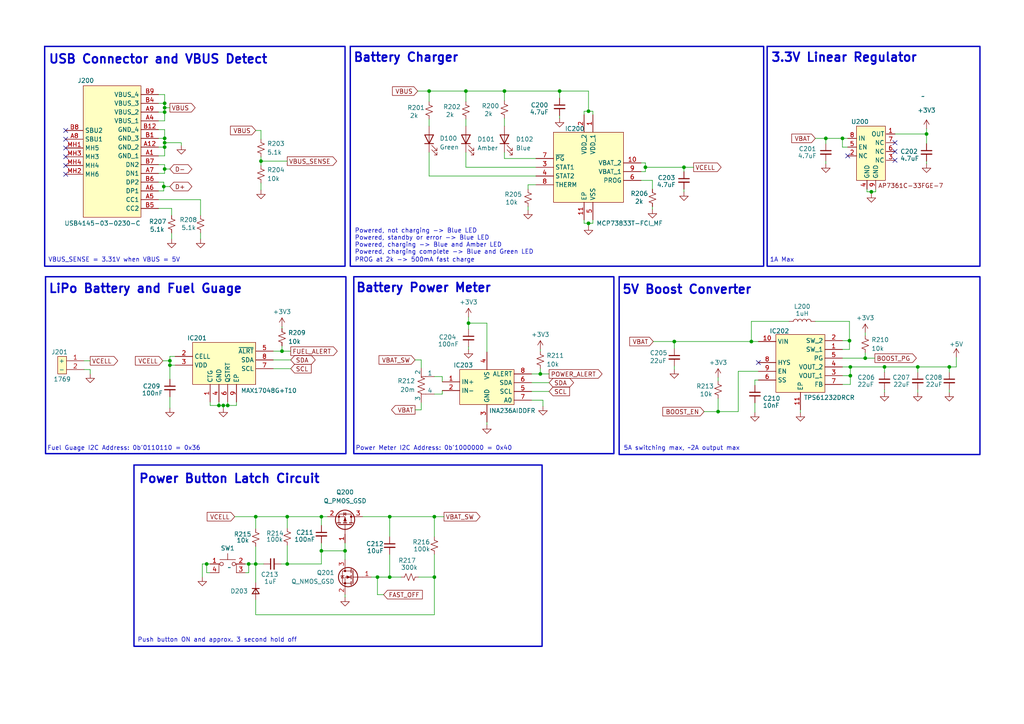
<source format=kicad_sch>
(kicad_sch (version 20231120) (generator "eeschema") (generator_version "8.0")
  (paper "A4")
  (lib_symbols
    (symbol "Device:C_Small" (pin_numbers hide) (pin_names (offset 0.254) hide)
      (property "Reference" "C" (at 0.254 1.778 0))
      (property "Value" "C_Small" (at 0.254 -2.032 0))
      (symbol "C_Small_1_1"
        (pin passive line (at 0 2.54 270) (length 2.032) (name "~") (number "1"))
        (pin passive line (at 0 -2.54 90) (length 2.032) (name "~") (number "2"))
      )
    )
    (symbol "Device:D_Small" (pin_numbers hide) (pin_names (offset 0.254) hide)
      (property "Reference" "D" (at -1.27 2.032 0))
      (property "Value" "D_Small" (at -3.81 -2.032 0))
      (symbol "D_Small_1_1"
        (pin passive line (at -2.54 0 0) (length 1.778) (name "K") (number "1"))
        (pin passive line (at 2.54 0 180) (length 1.778) (name "A") (number "2"))
      )
    )
    (symbol "Device:L" (pin_numbers hide) (pin_names (offset 1.016) hide)
      (property "Reference" "L" (at -1.27 0 90))
      (property "Value" "L" (at 1.905 0 90))
      (symbol "L_1_1"
        (pin passive line (at 0 3.81 270) (length 1.27) (name "1") (number "1"))
        (pin passive line (at 0 -3.81 90) (length 1.27) (name "2") (number "2"))
      )
    )
    (symbol "Device:LED" (pin_numbers hide) (pin_names (offset 1.016) hide)
      (property "Reference" "D" (at 0 2.54 0))
      (property "Value" "LED" (at 0 -2.54 0))
      (symbol "LED_1_1"
        (pin passive line (at -3.81 0 0) (length 2.54) (name "K") (number "1"))
        (pin passive line (at 3.81 0 180) (length 2.54) (name "A") (number "2"))
      )
    )
    (symbol "Device:Q_NMOS_GSD" (pin_names (offset 0) hide)
      (property "Reference" "Q" (at 5.08 1.27 0))
      (property "Value" "Q_NMOS_GSD" (at 5.08 -1.27 0))
      (symbol "Q_NMOS_GSD_1_1"
        (pin input line (at -5.08 0 0) (length 2.54) (name "G") (number "1"))
        (pin passive line (at 2.54 -5.08 90) (length 2.54) (name "S") (number "2"))
        (pin passive line (at 2.54 5.08 270) (length 2.54) (name "D") (number "3"))
      )
    )
    (symbol "Device:Q_PMOS_GSD" (pin_names (offset 0) hide)
      (property "Reference" "Q" (at 5.08 1.27 0))
      (property "Value" "Q_PMOS_GSD" (at 5.08 -1.27 0))
      (symbol "Q_PMOS_GSD_1_1"
        (pin input line (at -5.08 0 0) (length 2.54) (name "G") (number "1"))
        (pin passive line (at 2.54 -5.08 90) (length 2.54) (name "S") (number "2"))
        (pin passive line (at 2.54 5.08 270) (length 2.54) (name "D") (number "3"))
      )
    )
    (symbol "Device:R_Small_US" (pin_numbers hide) (pin_names (offset 0.254) hide)
      (property "Reference" "R" (at 0.762 0.508 0))
      (property "Value" "R_Small_US" (at 0.762 -1.016 0))
      (symbol "R_Small_US_1_1"
        (pin passive line (at 0 2.54 270) (length 1.016) (name "~") (number "1"))
        (pin passive line (at 0 -2.54 90) (length 1.016) (name "~") (number "2"))
      )
    )
    (symbol "LEDSphere_symbols:1769"
      (property "Reference" "J" (at -2.54 4.445 0))
      (property "Value" "1769" (at 1.905 -0.635 0))
      (symbol "1769_1_1"
        (pin passive line (at -1.27 -5.08 90) (length 5.08) (name "+") (number "1"))
        (pin passive line (at 1.27 -5.08 90) (length 5.08) (name "-") (number "2"))
      )
    )
    (symbol "LEDSphere_symbols:AP7361C-33FGE-7"
      (property "Reference" "U" (at -4.064 8.128 0))
      (symbol "AP7361C-33FGE-7_1_1"
        (text "AP7361C-33FGE-7" (at 11.43 -11.176 0) (effects (font (size 1.27 1.27))))
        (pin input line (at 6.858 3.81 180) (length 2.54) (name "OUT") (number "1"))
        (pin input line (at -6.858 -2.54 0) (length 2.54) (name "NC") (number "2"))
        (pin input line (at 6.858 -3.81 180) (length 2.54) (name "NC") (number "3"))
        (pin input line (at -1.27 -12.192 90) (length 2.54) (name "GND") (number "4"))
        (pin input line (at -6.858 0 0) (length 2.54) (name "EN") (number "5"))
        (pin input line (at 6.858 -1.27 180) (length 2.54) (name "NC") (number "6"))
        (pin input line (at 6.858 1.27 180) (length 2.54) (name "NC") (number "7"))
        (pin input line (at -6.858 2.54 0) (length 2.54) (name "IN") (number "8"))
        (pin input line (at 1.27 -12.192 90) (length 2.54) (name "GND") (number "9"))
      )
    )
    (symbol "LEDSphere_symbols:INA236AIDDFR"
      (property "Reference" "IC" (at -8.128 6.858 0))
      (property "Value" "INA236AIDDFR" (at 1.016 -6.096 0))
      (symbol "INA236AIDDFR_1_1"
        (pin passive line (at -12.954 1.27 0) (length 5.08) (name "IN+") (number "1"))
        (pin passive line (at -12.954 -1.27 0) (length 5.08) (name "IN-") (number "2"))
        (pin passive line (at 0 -10.414 90) (length 5.08) (name "GND") (number "3"))
        (pin passive line (at 0 9.906 270) (length 5.08) (name "VS") (number "4"))
        (pin passive line (at 12.954 -1.524 180) (length 5.08) (name "SCL") (number "5"))
        (pin passive line (at 12.954 1.016 180) (length 5.08) (name "SDA") (number "6"))
        (pin passive line (at 12.954 -4.064 180) (length 5.08) (name "A0") (number "7"))
        (pin passive line (at 12.954 3.556 180) (length 5.08) (name "ALERT") (number "8"))
      )
    )
    (symbol "LEDSphere_symbols:MAX17048G+T10"
      (property "Reference" "IC" (at -9.144 7.112 0))
      (property "Value" "MAX17048G+T10" (at 5.334 -7.874 0))
      (symbol "MAX17048G+T10_1_1"
        (pin passive line (at -3.81 -12.192 90) (length 5.08) (name "CTG") (number "1"))
        (pin passive line (at -13.97 1.016 0) (length 5.08) (name "CELL") (number "2"))
        (pin passive line (at -13.97 -1.524 0) (length 5.08) (name "VDD") (number "3"))
        (pin passive line (at -1.27 -12.192 90) (length 5.08) (name "GND") (number "4"))
        (pin passive line (at 14.478 2.54 180) (length 5.08) (name "~{ALRT}") (number "5"))
        (pin passive line (at 1.27 -12.192 90) (length 5.08) (name "QSTRT") (number "6"))
        (pin passive line (at 14.478 -2.54 180) (length 5.08) (name "SCL") (number "7"))
        (pin passive line (at 14.478 0 180) (length 5.08) (name "SDA") (number "8"))
        (pin passive line (at 3.81 -12.192 90) (length 5.08) (name "EP") (number "9"))
      )
    )
    (symbol "LEDSphere_symbols:R_Shunt_US" (pin_numbers hide) (pin_names (offset 0))
      (property "Reference" "R" (at -5.08 0 90))
      (property "Value" "R_Shunt_US" (at -3.048 0 90))
      (symbol "R_Shunt_US_1_1"
        (pin passive line (at 3.81 2.54 180) (length 2.54) (name "1") (number "1"))
        (pin passive line (at 0 5.08 270) (length 2.54) (name "2") (number "2"))
        (pin passive line (at 0 -5.08 90) (length 2.54) (name "3") (number "3"))
        (pin passive line (at 3.81 -2.54 180) (length 2.54) (name "4") (number "4"))
      )
    )
    (symbol "LEDSphere_symbols:TPS61232DRCR"
      (property "Reference" "IC" (at -7.112 9.906 0))
      (property "Value" "TPS61232DRCR" (at 2.54 -9.906 0))
      (symbol "TPS61232DRCR_1_1"
        (pin passive line (at 12.192 3.81 180) (length 5.08) (name "SW_1") (number "1"))
        (pin passive line (at -12.192 6.096 0) (length 5.08) (name "VIN") (number "10"))
        (pin passive line (at 0 -13.716 90) (length 5.08) (name "EP") (number "11"))
        (pin passive line (at 12.192 6.35 180) (length 5.08) (name "SW_2") (number "2"))
        (pin passive line (at 12.192 -3.81 180) (length 5.08) (name "VOUT_1") (number "3"))
        (pin passive line (at 12.192 -1.27 180) (length 5.08) (name "VOUT_2") (number "4"))
        (pin passive line (at 12.192 1.27 180) (length 5.08) (name "PG") (number "5"))
        (pin passive line (at -12.192 -5.08 0) (length 5.08) (name "SS") (number "6"))
        (pin passive line (at 12.192 -6.35 180) (length 5.08) (name "FB") (number "7"))
        (pin passive line (at -12.192 0 0) (length 5.08) (name "HYS") (number "8"))
        (pin passive line (at -12.192 -2.54 0) (length 5.08) (name "EN") (number "9"))
      )
    )
    (symbol "LEDSphere_symbols:USB4145-03-0230-C"
      (property "Reference" "J" (at -8.128 21.082 0))
      (property "Value" "USB4145-03-0230-C" (at -10.414 -20.066 0))
      (symbol "USB4145-03-0230-C_1_1"
        (pin passive line (at 13.462 -1.27 180) (length 5.08) (name "GND_1") (number "A1"))
        (pin passive line (at 13.462 1.27 180) (length 5.08) (name "GND_2") (number "A12"))
        (pin passive line (at 13.462 8.89 180) (length 5.08) (name "VBUS_1") (number "A4"))
        (pin passive line (at 13.462 -13.97 180) (length 5.08) (name "CC1") (number "A5"))
        (pin passive line (at 13.462 -11.43 180) (length 5.08) (name "DP1") (number "A6"))
        (pin passive line (at 13.462 -6.35 180) (length 5.08) (name "DN1") (number "A7"))
        (pin passive line (at -13.462 3.556 0) (length 5.08) (name "SBU1") (number "A8"))
        (pin passive line (at 13.462 11.43 180) (length 5.08) (name "VBUS_2") (number "A9"))
        (pin passive line (at 13.462 3.81 180) (length 5.08) (name "GND_3") (number "B1"))
        (pin passive line (at 13.462 6.35 180) (length 5.08) (name "GND_4") (number "B12"))
        (pin passive line (at 13.462 13.97 180) (length 5.08) (name "VBUS_3") (number "B4"))
        (pin passive line (at 13.462 -16.51 180) (length 5.08) (name "CC2") (number "B5"))
        (pin passive line (at 13.462 -8.89 180) (length 5.08) (name "DP2") (number "B6"))
        (pin passive line (at 13.462 -3.81 180) (length 5.08) (name "DN2") (number "B7"))
        (pin passive line (at -13.462 6.096 0) (length 5.08) (name "SBU2") (number "B8"))
        (pin passive line (at 13.462 16.51 180) (length 5.08) (name "VBUS_4") (number "B9"))
        (pin passive line (at -13.462 1.016 0) (length 5.08) (name "MH5") (number "MH1"))
        (pin passive line (at -13.462 -6.604 0) (length 5.08) (name "MH6") (number "MH2"))
        (pin passive line (at -13.462 -1.524 0) (length 5.08) (name "MH3") (number "MH3"))
        (pin passive line (at -13.462 -4.064 0) (length 5.08) (name "MH4") (number "MH4"))
      )
    )
    (symbol "LEDSphere_symbols:batteryChg_MCP73833T-FCI_MF"
      (property "Reference" "IC" (at -10.16 7.62 0))
      (property "Value" "MCP73833T-FCI_MF" (at 3.81 -16.51 0))
      (symbol "batteryChg_MCP73833T-FCI_MF_1_1"
        (pin passive line (at 1.27 10.16 270) (length 5.08) (name "VDD_1") (number "1"))
        (pin passive line (at 15.24 -3.81 180) (length 5.08) (name "VBAT_2") (number "10"))
        (pin passive line (at -1.27 -20.32 90) (length 5.08) (name "EP") (number "11"))
        (pin passive line (at -1.27 10.16 270) (length 5.08) (name "VDD_2") (number "2"))
        (pin passive line (at -15.24 -5.08 0) (length 5.08) (name "STAT1") (number "3"))
        (pin passive line (at -15.24 -7.62 0) (length 5.08) (name "STAT2") (number "4"))
        (pin passive line (at 1.27 -20.32 90) (length 5.08) (name "VSS") (number "5"))
        (pin passive line (at 15.24 -8.89 180) (length 5.08) (name "PROG") (number "6"))
        (pin passive line (at -15.24 -2.54 0) (length 5.08) (name "~{PG}") (number "7"))
        (pin passive line (at -15.24 -10.16 0) (length 5.08) (name "THERM") (number "8"))
        (pin passive line (at 15.24 -6.35 180) (length 5.08) (name "VBAT_1") (number "9"))
      )
    )
    (symbol "LEDSphere_symbols:button4Pin"
      (property "Reference" "U" (at -5.08 6.096 0))
      (symbol "button4Pin_1_1"
        (pin passive line (at -5.08 1.27 0) (length 2.54) (name "") (number "1"))
        (pin passive line (at 5.08 1.27 180) (length 2.54) (name "") (number "2"))
        (pin passive line (at 5.08 -1.27 180) (length 2.54) (name "") (number "3"))
        (pin passive line (at -5.08 -1.27 0) (length 2.54) (name "") (number "4"))
      )
    )
    (symbol "power:+3V3" (power) (pin_names (offset 0))
      (property "Value" "+3V3" (at 0 3.556 0))
      (symbol "+3V3_1_1"
        (pin power_in line (at 0 0 90) (length 0) hide (name "+3V3") (number "1"))
      )
    )
    (symbol "power:+5V" (power) (pin_names (offset 0))
      (property "Value" "+5V" (at 0 3.556 0))
      (symbol "+5V_1_1"
        (pin power_in line (at 0 0 90) (length 0) hide (name "+5V") (number "1"))
      )
    )
    (symbol "power:GND" (power) (pin_names (offset 0))
      (property "Value" "GND" (at 0 -3.81 0))
      (symbol "GND_1_1"
        (pin power_in line (at 0 0 270) (length 0) hide (name "GND") (number "1"))
      )
    )
  )
  (junction (at 47.752 40.132))
  (junction (at 47.752 31.242))
  (junction (at 250.952 103.886))
  (junction (at 93.218 149.86))
  (junction (at 135.128 26.416))
  (junction (at 125.984 149.86))
  (junction (at 256.54 106.426))
  (junction (at 268.732 38.862))
  (junction (at 187.198 48.514))
  (junction (at 47.752 29.972))
  (junction (at 75.692 46.736))
  (junction (at 217.932 99.06))
  (junction (at 162.306 26.416))
  (junction (at 124.46 26.416))
  (junction (at 170.688 32.258))
  (junction (at 198.374 48.514))
  (junction (at 170.688 64.77))
  (junction (at 135.89 93.726))
  (junction (at 47.752 42.672))
  (junction (at 47.752 41.402))
  (junction (at 266.192 106.426))
  (junction (at 246.634 106.426))
  (junction (at 252.73 55.626))
  (junction (at 125.984 167.386))
  (junction (at 59.944 163.576))
  (junction (at 93.218 159.766))
  (junction (at 83.312 163.576))
  (junction (at 47.498 54.102))
  (junction (at 72.136 163.576))
  (junction (at 66.04 117.602))
  (junction (at 63.5 117.602))
  (junction (at 113.03 149.86))
  (junction (at 113.03 167.386))
  (junction (at 81.788 101.854))
  (junction (at 244.348 40.132))
  (junction (at 109.474 167.386))
  (junction (at 83.312 149.86))
  (junction (at 208.28 119.38))
  (junction (at 49.276 105.918))
  (junction (at 156.718 108.458))
  (junction (at 246.38 98.806))
  (junction (at 246.634 108.966))
  (junction (at 100.076 159.766))
  (junction (at 49.276 104.648))
  (junction (at 47.752 49.022))
  (junction (at 239.522 40.132))
  (junction (at 195.58 99.06))
  (junction (at 146.304 26.416))
  (junction (at 74.168 149.86))
  (junction (at 275.336 106.426))
  (junction (at 74.168 163.576))
  (junction (at 64.77 117.602))
  (junction (at 47.752 32.512))
  (no_connect (at 19.05 45.466))
  (no_connect (at 259.588 43.942))
  (no_connect (at 19.05 42.926))
  (no_connect (at 19.05 37.846))
  (no_connect (at 19.05 40.386))
  (no_connect (at 19.05 48.006))
  (no_connect (at 19.05 50.546))
  (no_connect (at 259.588 41.402))
  (no_connect (at 219.964 105.156))
  (no_connect (at 259.588 46.482))
  (no_connect (at 245.872 45.212))
  (wire (pts (xy 83.312 163.576) (xy 93.218 163.576)))
  (wire (pts (xy 251.46 55.626) (xy 252.73 55.626)))
  (wire (pts (xy 169.418 64.77) (xy 170.688 64.77)))
  (wire (pts (xy 275.336 113.03) (xy 275.336 113.792)))
  (wire (pts (xy 47.752 45.212) (xy 45.974 45.212)))
  (wire (pts (xy 120.396 104.394) (xy 122.174 104.394)))
  (wire (pts (xy 83.312 158.242) (xy 83.312 163.576)))
  (wire (pts (xy 45.974 37.592) (xy 47.752 37.592)))
  (wire (pts (xy 75.692 37.846) (xy 75.692 40.386)))
  (wire (pts (xy 135.128 26.416) (xy 135.128 29.464)))
  (wire (pts (xy 49.276 115.062) (xy 49.276 118.364)))
  (wire (pts (xy 113.03 167.386) (xy 109.474 167.386)))
  (wire (pts (xy 214.122 119.38) (xy 214.122 107.696)))
  (wire (pts (xy 252.73 55.626) (xy 252.73 56.134)))
  (wire (pts (xy 218.948 110.236) (xy 219.964 110.236)))
  (wire (pts (xy 236.474 40.132) (xy 239.522 40.132)))
  (wire (pts (xy 72.136 166.116) (xy 72.136 163.576)))
  (wire (pts (xy 93.218 159.766) (xy 93.218 163.576)))
  (wire (pts (xy 266.192 106.426) (xy 275.336 106.426)))
  (wire (pts (xy 246.38 93.218) (xy 236.474 93.218)))
  (wire (pts (xy 83.312 46.736) (xy 75.692 46.736)))
  (wire (pts (xy 208.28 109.474) (xy 208.28 110.49)))
  (wire (pts (xy 74.168 158.496) (xy 74.168 163.576)))
  (wire (pts (xy 81.788 100.33) (xy 81.788 101.854)))
  (wire (pts (xy 187.198 47.244) (xy 187.198 48.514)))
  (wire (pts (xy 189.23 59.944) (xy 189.23 60.706)))
  (wire (pts (xy 47.752 27.432) (xy 47.752 29.972)))
  (wire (pts (xy 45.974 52.832) (xy 47.498 52.832)))
  (wire (pts (xy 74.168 173.99) (xy 74.168 178.308)))
  (wire (pts (xy 135.128 34.544) (xy 135.128 36.576)))
  (wire (pts (xy 146.304 34.29) (xy 146.304 36.576)))
  (wire (pts (xy 154.178 113.538) (xy 159.258 113.538)))
  (wire (pts (xy 155.448 53.594) (xy 153.162 53.594)))
  (wire (pts (xy 58.674 163.576) (xy 59.944 163.576)))
  (wire (pts (xy 49.784 62.484) (xy 49.784 60.452)))
  (wire (pts (xy 47.752 47.752) (xy 47.752 49.022)))
  (wire (pts (xy 128.27 113.284) (xy 128.27 114.3)))
  (wire (pts (xy 124.46 26.416) (xy 135.128 26.416)))
  (wire (pts (xy 47.752 49.022) (xy 49.276 49.022)))
  (wire (pts (xy 47.498 54.102) (xy 47.498 55.372)))
  (wire (pts (xy 189.23 54.864) (xy 189.23 52.324)))
  (wire (pts (xy 50.8 105.918) (xy 49.276 105.918)))
  (wire (pts (xy 113.03 155.702) (xy 113.03 149.86)))
  (wire (pts (xy 170.688 32.258) (xy 169.418 32.258)))
  (wire (pts (xy 245.872 42.672) (xy 244.348 42.672)))
  (wire (pts (xy 218.948 111.76) (xy 218.948 110.236)))
  (wire (pts (xy 79.248 104.394) (xy 84.328 104.394)))
  (wire (pts (xy 111.252 172.466) (xy 109.474 172.466)))
  (wire (pts (xy 125.984 178.308) (xy 125.984 167.386)))
  (wire (pts (xy 169.418 63.754) (xy 169.418 64.77)))
  (wire (pts (xy 244.348 106.426) (xy 246.634 106.426)))
  (wire (pts (xy 208.28 119.38) (xy 214.122 119.38)))
  (wire (pts (xy 217.932 99.06) (xy 219.964 99.06)))
  (wire (pts (xy 170.688 26.416) (xy 162.306 26.416)))
  (wire (pts (xy 254 54.864) (xy 254 55.626)))
  (wire (pts (xy 47.498 52.832) (xy 47.498 54.102)))
  (wire (pts (xy 68.58 117.602) (xy 68.58 116.586)))
  (wire (pts (xy 47.752 37.592) (xy 47.752 40.132)))
  (wire (pts (xy 256.54 106.426) (xy 266.192 106.426)))
  (wire (pts (xy 239.522 46.736) (xy 239.522 47.498)))
  (wire (pts (xy 239.522 41.656) (xy 239.522 40.132)))
  (wire (pts (xy 75.692 45.466) (xy 75.692 46.736)))
  (wire (pts (xy 153.162 53.594) (xy 153.162 54.864)))
  (wire (pts (xy 268.732 37.338) (xy 268.732 38.862)))
  (wire (pts (xy 135.128 26.416) (xy 146.304 26.416)))
  (wire (pts (xy 107.696 167.386) (xy 109.474 167.386)))
  (wire (pts (xy 100.076 159.766) (xy 93.218 159.766)))
  (wire (pts (xy 162.306 33.528) (xy 162.306 34.29)))
  (wire (pts (xy 124.46 51.054) (xy 155.448 51.054)))
  (wire (pts (xy 208.28 115.57) (xy 208.28 119.38)))
  (wire (pts (xy 124.46 26.416) (xy 124.46 29.464)))
  (wire (pts (xy 171.958 32.258) (xy 170.688 32.258)))
  (wire (pts (xy 58.166 57.912) (xy 58.166 62.484)))
  (wire (pts (xy 75.692 53.086) (xy 75.692 55.118)))
  (wire (pts (xy 244.348 98.806) (xy 246.38 98.806)))
  (wire (pts (xy 72.136 163.576) (xy 71.12 163.576)))
  (wire (pts (xy 135.89 93.726) (xy 141.224 93.726)))
  (wire (pts (xy 198.374 48.514) (xy 201.168 48.514)))
  (wire (pts (xy 93.218 149.86) (xy 94.996 149.86)))
  (wire (pts (xy 256.54 113.03) (xy 256.54 113.792)))
  (wire (pts (xy 74.168 153.416) (xy 74.168 149.86)))
  (wire (pts (xy 49.276 104.648) (xy 49.276 103.378)))
  (wire (pts (xy 47.752 31.242) (xy 49.276 31.242)))
  (wire (pts (xy 246.634 106.426) (xy 256.54 106.426)))
  (wire (pts (xy 146.304 44.196) (xy 146.304 45.974)))
  (wire (pts (xy 268.732 38.862) (xy 268.732 41.656)))
  (wire (pts (xy 128.27 109.22) (xy 125.984 109.22)))
  (wire (pts (xy 60.96 116.586) (xy 60.96 117.602)))
  (wire (pts (xy 266.192 106.426) (xy 266.192 107.95)))
  (wire (pts (xy 154.178 108.458) (xy 156.718 108.458)))
  (wire (pts (xy 275.336 106.426) (xy 277.368 106.426)))
  (wire (pts (xy 24.384 104.648) (xy 26.162 104.648)))
  (wire (pts (xy 228.854 93.218) (xy 217.932 93.218)))
  (wire (pts (xy 74.168 178.308) (xy 125.984 178.308)))
  (wire (pts (xy 66.04 117.602) (xy 68.58 117.602)))
  (wire (pts (xy 45.974 42.672) (xy 47.752 42.672)))
  (wire (pts (xy 71.12 166.116) (xy 72.136 166.116)))
  (wire (pts (xy 58.166 67.564) (xy 58.166 69.342)))
  (wire (pts (xy 170.688 64.77) (xy 171.958 64.77)))
  (wire (pts (xy 45.974 40.132) (xy 47.752 40.132)))
  (wire (pts (xy 246.634 108.966) (xy 246.634 106.426)))
  (wire (pts (xy 68.072 149.86) (xy 74.168 149.86)))
  (wire (pts (xy 185.928 47.244) (xy 187.198 47.244)))
  (wire (pts (xy 195.58 99.06) (xy 195.58 101.092)))
  (wire (pts (xy 171.958 32.258) (xy 171.958 33.274)))
  (wire (pts (xy 125.984 160.782) (xy 125.984 167.386)))
  (wire (pts (xy 239.522 40.132) (xy 244.348 40.132)))
  (wire (pts (xy 83.312 149.86) (xy 93.218 149.86)))
  (wire (pts (xy 47.752 41.402) (xy 47.752 42.672)))
  (wire (pts (xy 60.96 166.116) (xy 59.944 166.116)))
  (wire (pts (xy 128.27 114.3) (xy 125.984 114.3)))
  (wire (pts (xy 47.752 49.022) (xy 47.752 50.292)))
  (wire (pts (xy 156.718 101.346) (xy 156.718 101.854)))
  (wire (pts (xy 135.89 100.584) (xy 135.89 101.346)))
  (wire (pts (xy 47.752 42.672) (xy 47.752 45.212)))
  (wire (pts (xy 47.752 40.132) (xy 47.752 41.402)))
  (wire (pts (xy 45.974 29.972) (xy 47.752 29.972)))
  (wire (pts (xy 47.498 54.102) (xy 49.276 54.102)))
  (wire (pts (xy 277.368 106.426) (xy 277.368 103.632)))
  (wire (pts (xy 244.348 108.966) (xy 246.634 108.966)))
  (wire (pts (xy 195.58 99.06) (xy 217.932 99.06)))
  (wire (pts (xy 159.258 108.458) (xy 156.718 108.458)))
  (wire (pts (xy 45.974 27.432) (xy 47.752 27.432)))
  (wire (pts (xy 157.48 116.078) (xy 157.48 117.856)))
  (wire (pts (xy 170.688 26.416) (xy 170.688 32.258)))
  (wire (pts (xy 246.634 111.506) (xy 246.634 108.966)))
  (wire (pts (xy 49.784 60.452) (xy 45.974 60.452)))
  (wire (pts (xy 187.198 49.784) (xy 185.928 49.784)))
  (wire (pts (xy 141.224 122.428) (xy 141.224 123.19)))
  (wire (pts (xy 246.38 101.346) (xy 246.38 98.806)))
  (wire (pts (xy 135.128 48.514) (xy 155.448 48.514)))
  (wire (pts (xy 66.04 116.586) (xy 66.04 117.602)))
  (wire (pts (xy 109.474 172.466) (xy 109.474 167.386)))
  (wire (pts (xy 113.03 167.386) (xy 116.332 167.386)))
  (wire (pts (xy 113.03 149.86) (xy 105.156 149.86)))
  (wire (pts (xy 75.692 46.736) (xy 75.692 48.006)))
  (wire (pts (xy 64.77 117.602) (xy 64.77 118.364)))
  (wire (pts (xy 244.348 111.506) (xy 246.634 111.506)))
  (wire (pts (xy 64.77 117.602) (xy 66.04 117.602)))
  (wire (pts (xy 154.178 110.998) (xy 159.258 110.998)))
  (wire (pts (xy 256.54 106.426) (xy 256.54 107.95)))
  (wire (pts (xy 47.752 35.052) (xy 45.974 35.052)))
  (wire (pts (xy 204.216 119.38) (xy 208.28 119.38)))
  (wire (pts (xy 250.952 103.886) (xy 253.746 103.886)))
  (wire (pts (xy 47.752 29.972) (xy 47.752 31.242)))
  (wire (pts (xy 125.984 155.702) (xy 125.984 149.86)))
  (wire (pts (xy 47.752 32.512) (xy 47.752 35.052)))
  (wire (pts (xy 74.168 37.846) (xy 75.692 37.846)))
  (wire (pts (xy 268.732 46.736) (xy 268.732 47.498)))
  (wire (pts (xy 169.418 32.258) (xy 169.418 33.274)))
  (wire (pts (xy 47.752 31.242) (xy 47.752 32.512)))
  (wire (pts (xy 122.174 104.394) (xy 122.174 106.68)))
  (wire (pts (xy 81.788 94.742) (xy 81.788 95.25)))
  (wire (pts (xy 154.178 116.078) (xy 157.48 116.078)))
  (wire (pts (xy 198.374 54.864) (xy 198.374 55.626)))
  (wire (pts (xy 122.174 118.872) (xy 120.396 118.872)))
  (wire (pts (xy 251.46 54.864) (xy 251.46 55.626)))
  (wire (pts (xy 47.244 104.648) (xy 49.276 104.648)))
  (wire (pts (xy 74.168 163.576) (xy 76.454 163.576)))
  (wire (pts (xy 128.27 110.744) (xy 128.27 109.22)))
  (wire (pts (xy 195.58 106.172) (xy 195.58 107.188)))
  (wire (pts (xy 125.984 167.386) (xy 121.412 167.386)))
  (wire (pts (xy 122.174 116.84) (xy 122.174 118.872)))
  (wire (pts (xy 217.932 93.218) (xy 217.932 99.06)))
  (wire (pts (xy 93.218 157.48) (xy 93.218 159.766)))
  (wire (pts (xy 187.198 48.514) (xy 198.374 48.514)))
  (wire (pts (xy 26.162 107.188) (xy 26.162 108.458)))
  (wire (pts (xy 171.958 64.77) (xy 171.958 63.754)))
  (wire (pts (xy 146.304 26.416) (xy 146.304 29.21)))
  (wire (pts (xy 124.46 44.196) (xy 124.46 51.054)))
  (wire (pts (xy 162.306 26.416) (xy 146.304 26.416)))
  (wire (pts (xy 24.384 107.188) (xy 26.162 107.188)))
  (wire (pts (xy 45.974 47.752) (xy 47.752 47.752)))
  (wire (pts (xy 135.89 95.504) (xy 135.89 93.726)))
  (wire (pts (xy 100.076 162.306) (xy 100.076 159.766)))
  (wire (pts (xy 49.784 67.564) (xy 49.784 69.342)))
  (wire (pts (xy 198.374 48.514) (xy 198.374 49.784)))
  (wire (pts (xy 45.974 32.512) (xy 47.752 32.512)))
  (wire (pts (xy 244.348 103.886) (xy 250.952 103.886)))
  (wire (pts (xy 156.718 106.934) (xy 156.718 108.458)))
  (wire (pts (xy 49.276 103.378) (xy 50.8 103.378)))
  (wire (pts (xy 244.348 40.132) (xy 245.872 40.132)))
  (wire (pts (xy 74.168 149.86) (xy 83.312 149.86)))
  (wire (pts (xy 93.218 152.4) (xy 93.218 149.86)))
  (wire (pts (xy 113.03 160.782) (xy 113.03 167.386)))
  (wire (pts (xy 58.674 167.386) (xy 58.674 163.576)))
  (wire (pts (xy 74.168 163.576) (xy 72.136 163.576)))
  (wire (pts (xy 100.076 172.466) (xy 100.076 173.228)))
  (wire (pts (xy 189.484 99.06) (xy 195.58 99.06)))
  (wire (pts (xy 49.276 105.918) (xy 49.276 109.982)))
  (wire (pts (xy 135.89 91.948) (xy 135.89 93.726)))
  (wire (pts (xy 63.5 116.586) (xy 63.5 117.602)))
  (wire (pts (xy 59.944 163.576) (xy 60.96 163.576)))
  (wire (pts (xy 187.198 48.514) (xy 187.198 49.784)))
  (wire (pts (xy 146.304 45.974) (xy 155.448 45.974)))
  (wire (pts (xy 266.192 113.03) (xy 266.192 113.792)))
  (wire (pts (xy 244.348 101.346) (xy 246.38 101.346)))
  (wire (pts (xy 219.964 107.696) (xy 214.122 107.696)))
  (wire (pts (xy 218.948 116.84) (xy 218.948 119.634)))
  (wire (pts (xy 121.158 26.416) (xy 124.46 26.416)))
  (wire (pts (xy 170.688 64.77) (xy 170.688 65.532)))
  (wire (pts (xy 232.156 118.872) (xy 232.156 119.634)))
  (wire (pts (xy 189.23 52.324) (xy 185.928 52.324)))
  (wire (pts (xy 47.498 55.372) (xy 45.974 55.372)))
  (wire (pts (xy 250.952 96.52) (xy 250.952 97.282)))
  (wire (pts (xy 254 55.626) (xy 252.73 55.626)))
  (wire (pts (xy 84.328 101.854) (xy 81.788 101.854)))
  (wire (pts (xy 100.076 157.48) (xy 100.076 159.766)))
  (wire (pts (xy 60.96 117.602) (xy 63.5 117.602)))
  (wire (pts (xy 275.336 106.426) (xy 275.336 107.95)))
  (wire (pts (xy 162.306 28.448) (xy 162.306 26.416)))
  (wire (pts (xy 74.168 168.91) (xy 74.168 163.576)))
  (wire (pts (xy 125.984 149.86) (xy 128.778 149.86)))
  (wire (pts (xy 83.312 153.162) (xy 83.312 149.86)))
  (wire (pts (xy 135.128 44.196) (xy 135.128 48.514)))
  (wire (pts (xy 246.38 98.806) (xy 246.38 93.218)))
  (wire (pts (xy 49.276 105.918) (xy 49.276 104.648)))
  (wire (pts (xy 52.578 42.164) (xy 52.578 41.402)))
  (wire (pts (xy 81.534 163.576) (xy 83.312 163.576)))
  (wire (pts (xy 124.46 34.544) (xy 124.46 36.576)))
  (wire (pts (xy 45.974 57.912) (xy 58.166 57.912)))
  (wire (pts (xy 79.248 106.934) (xy 84.328 106.934)))
  (wire (pts (xy 250.952 102.362) (xy 250.952 103.886)))
  (wire (pts (xy 59.944 166.116) (xy 59.944 163.576)))
  (wire (pts (xy 63.5 117.602) (xy 64.77 117.602)))
  (wire (pts (xy 79.248 101.854) (xy 81.788 101.854)))
  (wire (pts (xy 47.752 50.292) (xy 45.974 50.292)))
  (wire (pts (xy 153.162 59.944) (xy 153.162 60.96)))
  (wire (pts (xy 52.578 41.402) (xy 47.752 41.402)))
  (wire (pts (xy 141.224 93.726) (xy 141.224 102.108)))
  (wire (pts (xy 259.588 38.862) (xy 268.732 38.862)))
  (wire (pts (xy 125.984 149.86) (xy 113.03 149.86)))
  (wire (pts (xy 244.348 42.672) (xy 244.348 40.132)))
  (rectangle (start 222.504 13.462) (end 284.226 77.216) (stroke (width 0.4)))
  (rectangle (start 101.6 13.462) (end 221.488 77.216) (stroke (width 0.4)))
  (rectangle (start 13.208 80.264) (end 100.33 131.572) (stroke (width 0.4)))
  (rectangle (start 38.862 134.874) (end 157.226 187.452) (stroke (width 0.4)))
  (rectangle (start 102.616 80.264) (end 178.054 131.572) (stroke (width 0.4)))
  (rectangle (start 12.954 13.462) (end 100.076 77.216) (stroke (width 0.4)))
  (rectangle (start 179.578 80.264) (end 284.226 131.826) (stroke (width 0.4)))
  (text "USB Connector and VBUS Detect" (at 13.97 18.796 0) (effects (font (size 2.54 2.54) (thickness 0.508) (bold yes)) (justify left bottom)))
  (text "Fuel Guage I2C Address: 0b'0110110 = 0x36" (at 13.716 130.81 0) (effects (font (size 1.27 1.27)) (justify left bottom)))
  (text "5A switching max, ~2A output max" (at 180.848 130.81 0) (effects (font (size 1.27 1.27)) (justify left bottom)))
  (text "LiPo Battery and Fuel Guage" (at 13.97 85.344 0) (effects (font (size 2.54 2.54) (thickness 0.508) (bold yes)) (justify left bottom)))
  (text "Powered, not charging -> Blue LED\nPowered, standby or error -> Blue LED\nPowered, charging -> Blue and Amber LED\nPowered, charging complete -> Blue and Green LED\n" (at 102.87 73.914 0) (effects (font (size 1.27 1.27)) (justify left bottom)))
  (text "5V Boost Converter\n" (at 180.34 85.598 0) (effects (font (size 2.54 2.54) (thickness 0.508) (bold yes)) (justify left bottom)))
  (text "3.3V Linear Regulator" (at 223.52 18.288 0) (effects (font (size 2.54 2.54) (thickness 0.508) (bold yes)) (justify left bottom)))
  (text "VBUS_SENSE = 3.31V when VBUS = 5V" (at 13.97 76.2 0) (effects (font (size 1.27 1.27)) (justify left bottom)))
  (text "Power Meter I2C Address: 0b'1000000 = 0x40" (at 103.124 130.81 0) (effects (font (size 1.27 1.27)) (justify left bottom)))
  (text "Battery Charger" (at 102.362 18.288 0) (effects (font (size 2.54 2.54) (thickness 0.508) (bold yes)) (justify left bottom)))
  (text "Power Button Latch Circuit" (at 40.132 140.462 0) (effects (font (size 2.54 2.54) (thickness 0.508) (bold yes)) (justify left bottom)))
  (text "PROG at 2k -> 500mA fast charge" (at 102.87 76.2 0) (effects (font (size 1.27 1.27)) (justify left bottom)))
  (text "Battery Power Meter" (at 103.124 85.09 0) (effects (font (size 2.54 2.54) (thickness 0.508) (bold yes)) (justify left bottom)))
  (text "Push button ON and approx. 3 second hold off" (at 39.878 186.436 0) (effects (font (size 1.27 1.27)) (justify left bottom)))
  (text "1A Max" (at 223.266 76.2 0) (effects (font (size 1.27 1.27)) (justify left bottom)))
  (global_label "VBAT" (shape input) (at 189.484 99.06 180) (property "Intersheetrefs" "${INTERSHEET_REFS}" (effects (hide yes))))
  (global_label "D+" (shape bidirectional) (at 49.276 54.102 0) (property "Intersheetrefs" "${INTERSHEET_REFS}" (effects (hide yes))))
  (global_label "VBUS" (shape input) (at 74.168 37.846 180) (property "Intersheetrefs" "${INTERSHEET_REFS}" (effects (hide yes))))
  (global_label "SDA" (shape bidirectional) (at 84.328 104.394 0) (property "Intersheetrefs" "${INTERSHEET_REFS}" (effects (hide yes))))
  (global_label "SDA" (shape bidirectional) (at 159.258 110.998 0) (property "Intersheetrefs" "${INTERSHEET_REFS}" (effects (hide yes))))
  (global_label "SCL" (shape input) (at 84.328 106.934 0) (property "Intersheetrefs" "${INTERSHEET_REFS}" (effects (hide yes))))
  (global_label "VCELL" (shape input) (at 47.244 104.648 180) (property "Intersheetrefs" "${INTERSHEET_REFS}" (effects (hide yes))))
  (global_label "VBAT" (shape input) (at 236.474 40.132 180) (property "Intersheetrefs" "${INTERSHEET_REFS}" (effects (hide yes))))
  (global_label "VBAT_SW" (shape output) (at 128.778 149.86 0) (property "Intersheetrefs" "${INTERSHEET_REFS}" (effects (hide yes))))
  (global_label "VBUS" (shape output) (at 49.276 31.242 0) (property "Intersheetrefs" "${INTERSHEET_REFS}" (effects (hide yes))))
  (global_label "VBAT" (shape output) (at 120.396 118.872 180) (property "Intersheetrefs" "${INTERSHEET_REFS}" (effects (hide yes))))
  (global_label "POWER_ALERT" (shape output) (at 159.258 108.458 0) (property "Intersheetrefs" "${INTERSHEET_REFS}" (effects (hide yes))))
  (global_label "VBAT_SW" (shape input) (at 120.396 104.394 180) (property "Intersheetrefs" "${INTERSHEET_REFS}" (effects (hide yes))))
  (global_label "VCELL" (shape input) (at 68.072 149.86 180) (property "Intersheetrefs" "${INTERSHEET_REFS}" (effects (hide yes))))
  (global_label "VBUS_SENSE" (shape output) (at 83.312 46.736 0) (property "Intersheetrefs" "${INTERSHEET_REFS}" (effects (hide yes))))
  (global_label "VBUS" (shape input) (at 121.158 26.416 180) (property "Intersheetrefs" "${INTERSHEET_REFS}" (effects (hide yes))))
  (global_label "BOOST_EN" (shape input) (at 204.216 119.38 180) (property "Intersheetrefs" "${INTERSHEET_REFS}" (effects (hide yes))))
  (global_label "FAST_OFF" (shape input) (at 111.252 172.466 0) (property "Intersheetrefs" "${INTERSHEET_REFS}" (effects (hide yes))))
  (global_label "FUEL_ALERT" (shape output) (at 84.328 101.854 0) (property "Intersheetrefs" "${INTERSHEET_REFS}" (effects (hide yes))))
  (global_label "VCELL" (shape output) (at 26.162 104.648 0) (property "Intersheetrefs" "${INTERSHEET_REFS}" (effects (hide yes))))
  (global_label "VCELL" (shape output) (at 201.168 48.514 0) (property "Intersheetrefs" "${INTERSHEET_REFS}" (effects (hide yes))))
  (global_label "SCL" (shape input) (at 159.258 113.538 0) (property "Intersheetrefs" "${INTERSHEET_REFS}" (effects (hide yes))))
  (global_label "D-" (shape bidirectional) (at 49.276 49.022 0) (property "Intersheetrefs" "${INTERSHEET_REFS}" (effects (hide yes))))
  (global_label "BOOST_PG" (shape output) (at 253.746 103.886 0) (property "Intersheetrefs" "${INTERSHEET_REFS}" (effects (hide yes))))
  (symbol (lib_id "Device:R_Small_US") (at 153.162 57.404 180) (unit 1)
    (property "Reference" "R205" (at 146.304 56.388 0) (effects (justify right)))
    (property "Value" "10k" (at 146.558 58.674 0) (effects (justify right)))
    (property "Footprint" "Resistor_SMD:R_0402_1005Metric" (effects (hide yes)))
  )
  (symbol (lib_id "power:GND") (at 252.73 56.134 0) (unit 1)
    (property "Reference" "#PWR0207" (effects (hide yes)))
    (property "Value" "GND" (effects (hide yes)))
  )
  (symbol (lib_id "Device:C_Small") (at 135.89 98.044 0) (unit 1)
    (property "Reference" "C204" (at 127.254 97.79 0) (effects (justify left)))
    (property "Value" "100nF" (at 127 99.822 0) (effects (justify left)))
    (property "Footprint" "Capacitor_SMD:C_0402_1005Metric" (effects (hide yes)))
  )
  (symbol (lib_id "LEDSphere_symbols:AP7361C-33FGE-7") (at 252.73 42.672 0) (unit 1)
    (property "Reference" "U200" (at 249.428 35.306 0))
    (property "Value" "~" (at 267.716 27.94 0))
    (property "Footprint" "LEDSphere_footprints:linearReg_SON65P300X300X63-9N" (effects (hide yes)))
  )
  (symbol (lib_id "power:GND") (at 100.076 173.228 0) (unit 1)
    (property "Reference" "#PWR0232" (effects (hide yes)))
    (property "Value" "GND" (effects (hide yes)))
  )
  (symbol (lib_id "Device:R_Small_US") (at 81.788 97.79 180) (unit 1)
    (property "Reference" "R209" (at 83.566 96.52 0) (effects (justify right)))
    (property "Value" "10k" (at 83.566 99.06 0) (effects (justify right)))
    (property "Footprint" "Resistor_SMD:R_0402_1005Metric" (effects (hide yes)))
  )
  (symbol (lib_id "Device:C_Small") (at 113.03 158.242 0) (unit 1)
    (property "Reference" "C212" (at 106.172 157.734 0) (effects (justify left)))
    (property "Value" "10uF" (at 106.426 159.766 0) (effects (justify left)))
    (property "Footprint" "Capacitor_SMD:C_0603_1608Metric" (effects (hide yes)))
  )
  (symbol (lib_id "Device:R_Small_US") (at 135.128 32.004 180) (unit 1)
    (property "Reference" "R202" (at 128.524 30.988 0) (effects (justify right)))
    (property "Value" "2k" (at 129.286 33.274 0) (effects (justify right)))
    (property "Footprint" "Resistor_SMD:R_0402_1005Metric" (effects (hide yes)))
  )
  (symbol (lib_id "Device:C_Small") (at 93.218 154.94 0) (unit 1)
    (property "Reference" "C211" (at 85.852 154.432 0) (effects (justify left)))
    (property "Value" "100nF" (at 85.344 156.464 0) (effects (justify left)))
    (property "Footprint" "Capacitor_SMD:C_0402_1005Metric" (effects (hide yes)))
  )
  (symbol (lib_id "power:GND") (at 198.374 55.626 0) (unit 1)
    (property "Reference" "#PWR0206" (effects (hide yes)))
    (property "Value" "GND" (effects (hide yes)))
  )
  (symbol (lib_id "Device:R_Small_US") (at 83.312 155.702 180) (unit 1)
    (property "Reference" "R214" (at 77.216 154.686 0) (effects (justify right)))
    (property "Value" "100k" (at 77.216 156.464 0) (effects (justify right)))
    (property "Footprint" "Resistor_SMD:R_0402_1005Metric" (effects (hide yes)))
  )
  (symbol (lib_id "power:GND") (at 52.578 42.164 0) (unit 1)
    (property "Reference" "#PWR0202" (effects (hide yes)))
    (property "Value" "GND" (effects (hide yes)))
  )
  (symbol (lib_id "power:GND") (at 266.192 113.792 0) (unit 1)
    (property "Reference" "#PWR0223" (effects (hide yes)))
    (property "Value" "GND" (effects (hide yes)))
  )
  (symbol (lib_id "Device:LED") (at 124.46 40.386 90) (unit 1)
    (property "Reference" "D100" (at 127.508 40.132 90) (effects (justify right)))
    (property "Value" "Green" (at 127.508 42.672 90) (effects (justify right)))
    (property "Footprint" "LED_SMD:LED_0402_1005Metric" (effects (hide yes)))
    (instances (project "LEDCube" (path "" (reference "D100") (unit 1))) (project "LEDSphere" (path "" (reference "D200") (unit 1))))
  )
  (symbol (lib_id "Device:R_Small_US") (at 156.718 104.394 180) (unit 1)
    (property "Reference" "R211" (at 158.496 103.124 0) (effects (justify right)))
    (property "Value" "10k" (at 158.496 105.664 0) (effects (justify right)))
    (property "Footprint" "Resistor_SMD:R_0402_1005Metric" (effects (hide yes)))
  )
  (symbol (lib_id "Device:C_Small") (at 256.54 110.49 0) (unit 1)
    (property "Reference" "C206" (at 248.666 109.474 0) (effects (justify left)))
    (property "Value" "22uF" (at 248.666 111.506 0) (effects (justify left)))
    (property "Footprint" "Capacitor_SMD:C_0603_1608Metric" (effects (hide yes)))
  )
  (symbol (lib_id "power:GND") (at 157.48 117.856 0) (unit 1)
    (property "Reference" "#PWR0225" (effects (hide yes)))
    (property "Value" "GND" (effects (hide yes)))
  )
  (symbol (lib_id "Device:LED") (at 146.304 40.386 90) (unit 1)
    (property "Reference" "D102" (at 149.606 40.386 90) (effects (justify right)))
    (property "Value" "Blue" (at 149.606 42.926 90) (effects (justify right)))
    (property "Footprint" "LED_SMD:LED_0402_1005Metric" (effects (hide yes)))
    (instances (project "LEDCube" (path "" (reference "D102") (unit 1))) (project "LEDSphere" (path "" (reference "D202") (unit 1))))
  )
  (symbol (lib_id "Device:R_Small_US") (at 189.23 57.404 180) (unit 1)
    (property "Reference" "R206" (at 182.88 56.134 0) (effects (justify right)))
    (property "Value" "2k" (at 184.15 58.42 0) (effects (justify right)))
    (property "Footprint" "Resistor_SMD:R_0402_1005Metric" (effects (hide yes)))
  )
  (symbol (lib_id "power:GND") (at 275.336 113.792 0) (unit 1)
    (property "Reference" "#PWR0224" (effects (hide yes)))
    (property "Value" "GND" (effects (hide yes)))
  )
  (symbol (lib_id "Device:R_Small_US") (at 49.784 65.024 180) (unit 1)
    (property "Reference" "R207" (at 43.18 64.262 0) (effects (justify right)))
    (property "Value" "5.1k" (at 43.434 66.548 0) (effects (justify right)))
    (property "Footprint" "Resistor_SMD:R_0402_1005Metric" (effects (hide yes)))
  )
  (symbol (lib_id "power:GND") (at 64.77 118.364 0) (unit 1)
    (property "Reference" "#PWR0227" (effects (hide yes)))
    (property "Value" "GND" (effects (hide yes)))
  )
  (symbol (lib_id "Device:C_Small") (at 162.306 30.988 0) (unit 1)
    (property "Reference" "C200" (at 153.924 30.48 0) (effects (justify left)))
    (property "Value" "4.7uF" (at 153.67 32.512 0) (effects (justify left)))
    (property "Footprint" "Capacitor_SMD:C_0402_1005Metric" (effects (hide yes)))
  )
  (symbol (lib_id "Device:C_Small") (at 218.948 114.3 0) (unit 1)
    (property "Reference" "C210" (at 221.234 115.57 0) (effects (justify left)))
    (property "Value" "10nF" (at 221.234 117.602 0) (effects (justify left)))
    (property "Footprint" "Capacitor_SMD:C_0402_1005Metric" (effects (hide yes)))
  )
  (symbol (lib_id "Device:C_Small") (at 78.994 163.576 90) (unit 1)
    (property "Reference" "C213" (at 80.772 166.624 90) (effects (justify left)))
    (property "Value" "1uF" (at 80.264 168.656 90) (effects (justify left)))
    (property "Footprint" "Capacitor_SMD:C_0402_1005Metric" (effects (hide yes)))
  )
  (symbol (lib_id "power:+5V") (at 277.368 103.632 0) (unit 1)
    (property "Reference" "#PWR0218" (effects (hide yes)))
    (property "Value" "+5V" (at 277.368 99.822 0))
  )
  (symbol (lib_id "LEDSphere_symbols:1769") (at 19.304 105.918 90) (mirror x) (unit 1)
    (property "Reference" "J201" (at 17.272 102.108 90))
    (property "Value" "1769" (at 18.034 109.982 90))
    (property "Footprint" "LEDSphere_footprints:1769" (effects (hide yes)))
    (property "Datasheet" "https://cdn-shop.adafruit.com/datasheets/17311.pdf" (effects (hide yes)))
    (property "Mouser Part Number" "485-1769" (effects (hide yes)))
    (property "Mouser Price/Stock" "https://www.mouser.co.uk/ProductDetail/Adafruit/1769?qs=GURawfaeGuBbgoGtf2XstA%3D%3D" (effects (hide yes)))
    (property "Manufacturer_Name" "Adafruit" (effects (hide yes)))
    (property "Manufacturer_Part_Number" "1769" (effects (hide yes)))
  )
  (symbol (lib_id "power:GND") (at 189.23 60.706 0) (unit 1)
    (property "Reference" "#PWR0208" (effects (hide yes)))
    (property "Value" "GND" (effects (hide yes)))
  )
  (symbol (lib_id "Device:R_Small_US") (at 208.28 113.03 180) (unit 1)
    (property "Reference" "R213" (at 201.93 112.014 0) (effects (justify right)))
    (property "Value" "10k" (at 202.946 114.3 0) (effects (justify right)))
    (property "Footprint" "Resistor_SMD:R_0402_1005Metric" (effects (hide yes)))
  )
  (symbol (lib_id "power:GND") (at 26.162 108.458 0) (unit 1)
    (property "Reference" "#PWR0220" (effects (hide yes)))
    (property "Value" "GND" (effects (hide yes)))
  )
  (symbol (lib_id "Device:C_Small") (at 266.192 110.49 0) (unit 1)
    (property "Reference" "C207" (at 258.826 109.474 0) (effects (justify left)))
    (property "Value" "22uF" (at 259.08 111.506 0) (effects (justify left)))
    (property "Footprint" "Capacitor_SMD:C_0603_1608Metric" (effects (hide yes)))
  )
  (symbol (lib_id "Device:C_Small") (at 268.732 44.196 0) (unit 1)
    (property "Reference" "C202" (at 261.112 43.942 0) (effects (justify left)))
    (property "Value" "4.7uF" (at 261.112 45.974 0) (effects (justify left)))
    (property "Footprint" "Capacitor_SMD:C_0402_1005Metric" (effects (hide yes)))
  )
  (symbol (lib_id "Device:R_Small_US") (at 118.872 167.386 270) (unit 1)
    (property "Reference" "R217" (at 120.65 162.56 90) (effects (justify right)))
    (property "Value" "300k" (at 121.158 164.592 90) (effects (justify right)))
    (property "Footprint" "Resistor_SMD:R_0402_1005Metric" (effects (hide yes)))
  )
  (symbol (lib_id "Device:L") (at 232.664 93.218 90) (unit 1)
    (property "Reference" "L200" (at 232.664 88.9 90))
    (property "Value" "1uH" (at 232.664 90.932 90))
    (property "Footprint" "LEDSphere_footprints:boostInductor_XFL4020" (effects (hide yes)))
  )
  (symbol (lib_id "Device:R_Small_US") (at 75.692 42.926 180) (unit 1)
    (property "Reference" "R203" (at 77.47 41.656 0) (effects (justify right)))
    (property "Value" "5.1k" (at 77.47 44.196 0) (effects (justify right)))
    (property "Footprint" "Resistor_SMD:R_0402_1005Metric" (effects (hide yes)))
  )
  (symbol (lib_id "Device:C_Small") (at 239.522 44.196 0) (unit 1)
    (property "Reference" "C201" (at 231.648 43.18 0) (effects (justify left)))
    (property "Value" "4.7uF" (at 231.394 45.212 0) (effects (justify left)))
    (property "Footprint" "Capacitor_SMD:C_0402_1005Metric" (effects (hide yes)))
  )
  (symbol (lib_id "Device:R_Small_US") (at 124.46 32.004 180) (unit 1)
    (property "Reference" "R201" (at 118.11 31.242 0) (effects (justify right)))
    (property "Value" "2k" (at 118.872 33.528 0) (effects (justify right)))
    (property "Footprint" "Resistor_SMD:R_0402_1005Metric" (effects (hide yes)))
  )
  (symbol (lib_id "power:+3V3") (at 268.732 37.338 0) (unit 1)
    (property "Reference" "#PWR0201" (effects (hide yes)))
    (property "Value" "+3V3" (at 268.732 32.004 0))
  )
  (symbol (lib_id "LEDSphere_symbols:TPS61232DRCR") (at 232.156 105.156 0) (unit 1)
    (property "Reference" "IC202" (at 226.06 96.012 0))
    (property "Value" "TPS61232DRCR" (at 240.538 115.316 0))
    (property "Footprint" "LEDSphere_footprints:boost_SON50P300X300X100-11N-D" (effects (hide yes)))
    (property "Datasheet" "http://www.ti.com/lit/ds/symlink/tps61232.pdf" (effects (hide yes)))
    (property "Height" "1" (effects (hide yes)))
    (property "Mouser Part Number" "595-TPS61232DRCR" (effects (hide yes)))
    (property "Mouser Price/Stock" "https://www.mouser.co.uk/ProductDetail/Texas-Instruments/TPS61232DRCR?qs=7z%252BmIopC6%2FKEd8I6Bw69zQ%3D%3D" (effects (hide yes)))
    (property "Manufacturer_Name" "Texas Instruments" (effects (hide yes)))
    (property "Manufacturer_Part_Number" "TPS61232DRCR" (effects (hide yes)))
  )
  (symbol (lib_id "power:GND") (at 162.306 34.29 0) (unit 1)
    (property "Reference" "#PWR0200" (effects (hide yes)))
    (property "Value" "GND" (effects (hide yes)))
  )
  (symbol (lib_id "LEDSphere_symbols:INA236AIDDFR") (at 141.224 112.014 0) (unit 1)
    (property "Reference" "IC203" (at 134.366 105.918 0))
    (property "Value" "INA236AIDDFR" (at 148.59 119.126 0))
    (property "Footprint" "SamacSys_Parts:SOP65P280X110-8N" (effects (hide yes)))
    (property "Datasheet" "https://www.ti.com/lit/ds/symlink/ina236.pdf" (effects (hide yes)))
    (property "Height" "1.1" (effects (hide yes)))
    (property "Mouser Part Number" "595-INA236AIDDFR" (effects (hide yes)))
    (property "Mouser Price/Stock" "https://www.mouser.co.uk/ProductDetail/Texas-Instruments/INA236AIDDFR?qs=amGC7iS6iy%252BrvgC7WgsvdQ%3D%3D" (effects (hide yes)))
    (property "Manufacturer_Name" "Texas Instruments" (effects (hide yes)))
    (property "Manufacturer_Part_Number" "INA236AIDDFR" (effects (hide yes)))
  )
  (symbol (lib_id "power:GND") (at 49.784 69.342 0) (unit 1)
    (property "Reference" "#PWR0211" (effects (hide yes)))
    (property "Value" "GND" (effects (hide yes)))
  )
  (symbol (lib_id "LEDSphere_symbols:MAX17048G+T10") (at 64.77 104.394 0) (unit 1)
    (property "Reference" "IC201" (at 57.15 98.044 0))
    (property "Value" "MAX17048G+T10" (at 77.978 113.284 0))
    (property "Footprint" "SamacSys_Parts:SON50P200X200X80-9N-D" (effects (hide yes)))
    (property "Datasheet" "https://www.analog.com/MAX17048/datasheet" (effects (hide yes)))
    (property "Height" "0.8" (effects (hide yes)))
    (property "Mouser Part Number" "700-MAX17048G+T10" (effects (hide yes)))
    (property "Mouser Price/Stock" "https://www.mouser.co.uk/ProductDetail/Analog-Devices-Maxim-Integrated/MAX17048G%2bT10?qs=D7PJwyCwLAoGnnn8jEPRBQ%3D%3D" (effects (hide yes)))
    (property "Manufacturer_Name" "Analog Devices" (effects (hide yes)))
    (property "Manufacturer_Part_Number" "MAX17048G+T10" (effects (hide yes)))
  )
  (symbol (lib_id "Device:LED") (at 135.128 40.386 90) (unit 1)
    (property "Reference" "D101" (at 138.43 40.386 90) (effects (justify right)))
    (property "Value" "Amber" (at 138.43 42.926 90) (effects (justify right)))
    (property "Footprint" "LED_SMD:LED_0402_1005Metric" (effects (hide yes)))
    (instances (project "LEDCube" (path "" (reference "D101") (unit 1))) (project "LEDSphere" (path "" (reference "D201") (unit 1))))
  )
  (symbol (lib_id "Device:C_Small") (at 198.374 52.324 0) (unit 1)
    (property "Reference" "C203" (at 190.754 51.562 0) (effects (justify left)))
    (property "Value" "4.7uF" (at 190.5 53.594 0) (effects (justify left)))
    (property "Footprint" "Capacitor_SMD:C_0402_1005Metric" (effects (hide yes)))
  )
  (symbol (lib_id "Device:Q_NMOS_GSD") (at 102.616 167.386 0) (mirror y) (unit 1)
    (property "Reference" "Q201" (at 97.028 166.116 0) (effects (justify left)))
    (property "Value" "Q_NMOS_GSD" (at 97.028 168.656 0) (effects (justify left)))
    (property "Footprint" "LEDSphere_footprints:NMOS_SOT91P240X110-3N" (effects (hide yes)))
  )
  (symbol (lib_id "Device:C_Small") (at 49.276 112.522 0) (unit 1)
    (property "Reference" "C209" (at 41.402 112.014 0) (effects (justify left)))
    (property "Value" "100nF" (at 41.148 114.046 0) (effects (justify left)))
    (property "Footprint" "Capacitor_SMD:C_0402_1005Metric" (effects (hide yes)))
  )
  (symbol (lib_id "power:GND") (at 49.276 118.364 0) (unit 1)
    (property "Reference" "#PWR0226" (effects (hide yes)))
    (property "Value" "GND" (effects (hide yes)))
  )
  (symbol (lib_id "power:GND") (at 239.522 47.498 0) (unit 1)
    (property "Reference" "#PWR0203" (effects (hide yes)))
    (property "Value" "GND" (effects (hide yes)))
  )
  (symbol (lib_id "power:+3V3") (at 208.28 109.474 0) (unit 1)
    (property "Reference" "#PWR0221" (effects (hide yes)))
    (property "Value" "+3V3" (at 208.28 105.156 0))
  )
  (symbol (lib_id "Device:R_Small_US") (at 250.952 99.822 180) (unit 1)
    (property "Reference" "R210" (at 252.73 98.552 0) (effects (justify right)))
    (property "Value" "10k" (at 252.73 101.092 0) (effects (justify right)))
    (property "Footprint" "Resistor_SMD:R_0402_1005Metric" (effects (hide yes)))
  )
  (symbol (lib_id "LEDSphere_symbols:batteryChg_MCP73833T-FCI_MF") (at 170.688 43.434 0) (unit 1)
    (property "Reference" "IC200" (at 163.83 37.338 0) (effects (justify left)))
    (property "Value" "MCP73833T-FCI_MF" (at 172.974 64.77 0) (effects (justify left)))
    (property "Footprint" "LEDSphere_footprints:batteryChg_SON50P300X300X100-11N-D" (effects (hide yes)))
    (property "Datasheet" "http://www.microchip.com/mymicrochip/filehandler.aspx?ddocname=en027983" (effects (hide yes)))
    (property "Height" "1" (effects (hide yes)))
    (property "Mouser Part Number" "579-MCP73833T-FCI/MF" (effects (hide yes)))
    (property "Mouser Price/Stock" "https://www.mouser.co.uk/ProductDetail/Microchip-Technology/MCP73833T-FCI-MF?qs=Fxu3fLyJv8c1Bo0naP05gw%3D%3D" (effects (hide yes)))
    (property "Manufacturer_Name" "Microchip" (effects (hide yes)))
    (property "Manufacturer_Part_Number" "MCP73833T-FCI/MF" (effects (hide yes)))
  )
  (symbol (lib_id "power:GND") (at 218.948 119.634 0) (unit 1)
    (property "Reference" "#PWR0228" (effects (hide yes)))
    (property "Value" "GND" (effects (hide yes)))
  )
  (symbol (lib_id "power:+3V3") (at 81.788 94.742 0) (unit 1)
    (property "Reference" "#PWR0214" (effects (hide yes)))
    (property "Value" "+3V3" (at 81.788 90.424 0))
  )
  (symbol (lib_id "power:GND") (at 256.54 113.792 0) (unit 1)
    (property "Reference" "#PWR0222" (effects (hide yes)))
    (property "Value" "GND" (effects (hide yes)))
  )
  (symbol (lib_id "power:GND") (at 170.688 65.532 0) (unit 1)
    (property "Reference" "#PWR0210" (effects (hide yes)))
    (property "Value" "GND" (effects (hide yes)))
  )
  (symbol (lib_id "Device:Q_PMOS_GSD") (at 100.076 152.4 270) (mirror x) (unit 1)
    (property "Reference" "Q200" (at 100.076 142.748 90))
    (property "Value" "Q_PMOS_GSD" (at 100.076 145.288 90))
    (property "Footprint" "LEDSphere_footprints:SSM3J332RLFT" (effects (hide yes)))
  )
  (symbol (lib_id "LEDSphere_symbols:R_Shunt_US") (at 122.174 111.76 0) (unit 1)
    (property "Reference" "R212" (at 120.396 110.49 0) (effects (justify right)))
    (property "Value" "20m" (at 120.396 113.03 0) (effects (justify right)))
    (property "Footprint" "LEDSphere_footprints:shunt_LVK12R020DER" (effects (hide yes)))
  )
  (symbol (lib_id "Device:R_Small_US") (at 146.304 31.75 180) (unit 1)
    (property "Reference" "R200" (at 139.7 30.734 0) (effects (justify right)))
    (property "Value" "2k" (at 140.462 33.02 0) (effects (justify right)))
    (property "Footprint" "Resistor_SMD:R_0402_1005Metric" (effects (hide yes)))
  )
  (symbol (lib_id "power:GND") (at 153.162 60.96 0) (unit 1)
    (property "Reference" "#PWR0209" (effects (hide yes)))
    (property "Value" "GND" (effects (hide yes)))
  )
  (symbol (lib_id "power:GND") (at 75.692 55.118 0) (unit 1)
    (property "Reference" "#PWR0205" (effects (hide yes)))
    (property "Value" "GND" (effects (hide yes)))
  )
  (symbol (lib_id "power:GND") (at 58.674 167.386 0) (unit 1)
    (property "Reference" "#PWR0231" (effects (hide yes)))
    (property "Value" "GND" (effects (hide yes)))
  )
  (symbol (lib_id "Device:R_Small_US") (at 74.168 155.956 180) (unit 1)
    (property "Reference" "R215" (at 67.818 154.94 0) (effects (justify right)))
    (property "Value" "10k" (at 68.58 156.718 0) (effects (justify right)))
    (property "Footprint" "Resistor_SMD:R_0402_1005Metric" (effects (hide yes)))
  )
  (symbol (lib_id "Device:R_Small_US") (at 58.166 65.024 180) (unit 1)
    (property "Reference" "R208" (at 52.07 63.754 0) (effects (justify right)))
    (property "Value" "5.1k" (at 52.578 66.04 0) (effects (justify right)))
    (property "Footprint" "Resistor_SMD:R_0402_1005Metric" (effects (hide yes)))
  )
  (symbol (lib_id "power:GND") (at 58.166 69.342 0) (unit 1)
    (property "Reference" "#PWR0212" (effects (hide yes)))
    (property "Value" "GND" (effects (hide yes)))
  )
  (symbol (lib_id "power:+3V3") (at 250.952 96.52 0) (unit 1)
    (property "Reference" "#PWR0215" (effects (hide yes)))
    (property "Value" "+3V3" (at 250.952 92.202 0))
  )
  (symbol (lib_id "LEDSphere_symbols:USB4145-03-0230-C") (at 32.512 43.942 0) (unit 1)
    (property "Reference" "J200" (at 24.892 23.368 0))
    (property "Value" "USB4145-03-0230-C" (at 29.718 64.77 0))
    (property "Footprint" "LEDSphere_footprints:vertical_USB4145030230C" (effects (hide yes)))
    (property "Datasheet" "https://gct.co/newark/connector/USB4145" (effects (hide yes)))
    (property "Height" "7.66" (effects (hide yes)))
    (property "Mouser Part Number" "640-USB4145-3-0230-C" (effects (hide yes)))
    (property "Mouser Price/Stock" "https://www.mouser.co.uk/ProductDetail/GCT/USB4145-03-0230-C?qs=vvQtp7zwQdObw3D6iVsXIA%3D%3D" (effects (hide yes)))
    (property "Manufacturer_Name" "GCT (GLOBAL CONNECTOR TECHNOLOGY)" (effects (hide yes)))
    (property "Manufacturer_Part_Number" "USB4145-03-0230-C" (effects (hide yes)))
  )
  (symbol (lib_id "Device:D_Small") (at 74.168 171.45 270) (unit 1)
    (property "Reference" "D203" (at 66.802 171.45 90) (effects (justify left)))
    (property "Value" "D_Small" (effects (hide yes)))
    (property "Footprint" "Diode_SMD:D_SOD-123F" (effects (hide yes)))
    (property "Sim.Device" "D" (effects (hide yes)))
    (property "Sim.Pins" "1=K 2=A" (effects (hide yes)))
  )
  (symbol (lib_id "Device:C_Small") (at 195.58 103.632 0) (unit 1)
    (property "Reference" "C205" (at 188.468 102.362 0) (effects (justify left)))
    (property "Value" "22uF" (at 188.468 104.648 0) (effects (justify left)))
    (property "Footprint" "Capacitor_SMD:C_0603_1608Metric" (effects (hide yes)))
  )
  (symbol (lib_id "power:GND") (at 195.58 107.188 0) (unit 1)
    (property "Reference" "#PWR0219" (effects (hide yes)))
    (property "Value" "GND" (effects (hide yes)))
  )
  (symbol (lib_id "LEDSphere_symbols:button4Pin") (at 66.04 164.846 0) (unit 1)
    (property "Reference" "SW1" (at 66.04 159.004 0))
    (property "Value" "~" (at 66.548 164.592 0))
    (property "Footprint" "LEDSphere_footprints:button_KMR_2" (effects (hide yes)))
  )
  (symbol (lib_id "Device:C_Small") (at 275.336 110.49 0) (unit 1)
    (property "Reference" "C208" (at 268.224 109.474 0) (effects (justify left)))
    (property "Value" "22uF" (at 268.478 111.506 0) (effects (justify left)))
    (property "Footprint" "Capacitor_SMD:C_0603_1608Metric" (effects (hide yes)))
  )
  (symbol (lib_id "power:GND") (at 232.156 119.634 0) (unit 1)
    (property "Reference" "#PWR0229" (effects (hide yes)))
    (property "Value" "GND" (effects (hide yes)))
  )
  (symbol (lib_id "power:GND") (at 135.89 101.346 0) (unit 1)
    (property "Reference" "#PWR0216" (effects (hide yes)))
    (property "Value" "GND" (effects (hide yes)))
  )
  (symbol (lib_id "power:+3V3") (at 135.89 91.948 0) (unit 1)
    (property "Reference" "#PWR0213" (effects (hide yes)))
    (property "Value" "+3V3" (at 135.89 87.63 0))
  )
  (symbol (lib_id "power:+3V3") (at 156.718 101.346 0) (unit 1)
    (property "Reference" "#PWR0217" (effects (hide yes)))
    (property "Value" "+3V3" (at 156.718 97.028 0))
  )
  (symbol (lib_id "Device:R_Small_US") (at 75.692 50.546 180) (unit 1)
    (property "Reference" "R204" (at 77.47 49.276 0) (effects (justify right)))
    (property "Value" "10k" (at 77.47 51.816 0) (effects (justify right)))
    (property "Footprint" "Resistor_SMD:R_0402_1005Metric" (effects (hide yes)))
  )
  (symbol (lib_id "power:GND") (at 141.224 123.19 0) (unit 1)
    (property "Reference" "#PWR0230" (effects (hide yes)))
    (property "Value" "GND" (effects (hide yes)))
  )
  (symbol (lib_id "Device:R_Small_US") (at 125.984 158.242 180) (unit 1)
    (property "Reference" "R216" (at 119.634 157.226 0) (effects (justify right)))
    (property "Value" "100k" (at 119.888 159.258 0) (effects (justify right)))
    (property "Footprint" "Resistor_SMD:R_0402_1005Metric" (effects (hide yes)))
  )
  (symbol (lib_id "power:GND") (at 268.732 47.498 0) (unit 1)
    (property "Reference" "#PWR0204" (effects (hide yes)))
    (property "Value" "GND" (effects (hide yes)))
  )
)
</source>
